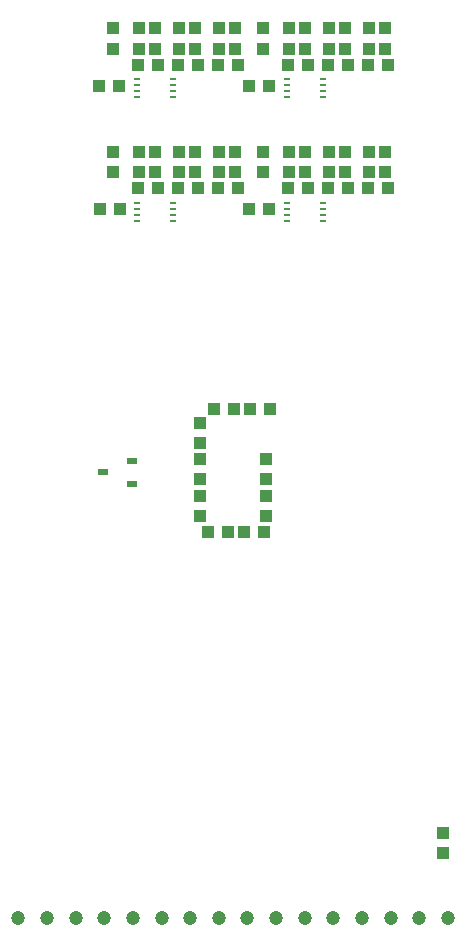
<source format=gbp>
G04 Layer_Color=128*
%FSLAX25Y25*%
%MOIN*%
G70*
G01*
G75*
%ADD10R,0.04331X0.03937*%
%ADD11R,0.03937X0.04331*%
%ADD12R,0.03740X0.02362*%
G04:AMPARAMS|DCode=51|XSize=47.24mil|YSize=47.24mil|CornerRadius=23.62mil|HoleSize=0mil|Usage=FLASHONLY|Rotation=0.000|XOffset=0mil|YOffset=0mil|HoleType=Round|Shape=RoundedRectangle|*
%AMROUNDEDRECTD51*
21,1,0.04724,0.00000,0,0,0.0*
21,1,0.00000,0.04724,0,0,0.0*
1,1,0.04724,0.00000,0.00000*
1,1,0.04724,0.00000,0.00000*
1,1,0.04724,0.00000,0.00000*
1,1,0.04724,0.00000,0.00000*
%
%ADD51ROUNDEDRECTD51*%
%ADD52O,0.02362X0.00984*%
G04:AMPARAMS|DCode=53|XSize=47.24mil|YSize=47.24mil|CornerRadius=23.62mil|HoleSize=0mil|Usage=FLASHONLY|Rotation=90.000|XOffset=0mil|YOffset=0mil|HoleType=Round|Shape=RoundedRectangle|*
%AMROUNDEDRECTD53*
21,1,0.04724,0.00000,0,0,90.0*
21,1,0.00000,0.04724,0,0,90.0*
1,1,0.04724,0.00000,0.00000*
1,1,0.04724,0.00000,0.00000*
1,1,0.04724,0.00000,0.00000*
1,1,0.04724,0.00000,0.00000*
%
%ADD53ROUNDEDRECTD53*%
D10*
X178268Y47052D02*
D03*
Y40360D02*
D03*
X103504Y315118D02*
D03*
Y308425D02*
D03*
X153504Y315118D02*
D03*
Y308425D02*
D03*
X103504Y273937D02*
D03*
Y267244D02*
D03*
X153504Y273937D02*
D03*
Y267244D02*
D03*
X90118Y315118D02*
D03*
Y308425D02*
D03*
X140118Y315118D02*
D03*
Y308425D02*
D03*
X90118Y273937D02*
D03*
Y267244D02*
D03*
X140118Y273937D02*
D03*
Y267244D02*
D03*
X76732Y315118D02*
D03*
Y308425D02*
D03*
X126732Y315118D02*
D03*
Y308425D02*
D03*
X76732Y273937D02*
D03*
Y267244D02*
D03*
X126732Y273937D02*
D03*
Y267244D02*
D03*
X82244Y315118D02*
D03*
Y308425D02*
D03*
X95630Y315118D02*
D03*
Y308425D02*
D03*
X109016Y315118D02*
D03*
Y308425D02*
D03*
X132244Y315118D02*
D03*
Y308425D02*
D03*
X145630Y315118D02*
D03*
Y308425D02*
D03*
X159016Y315118D02*
D03*
Y308425D02*
D03*
X82244Y273937D02*
D03*
Y267244D02*
D03*
X95630Y273937D02*
D03*
Y267244D02*
D03*
X109016Y273937D02*
D03*
Y267244D02*
D03*
X132244Y273937D02*
D03*
Y267244D02*
D03*
X145630Y273937D02*
D03*
Y267244D02*
D03*
X159016Y273937D02*
D03*
Y267244D02*
D03*
X97244Y159398D02*
D03*
Y152705D02*
D03*
X97268Y171480D02*
D03*
Y164787D02*
D03*
X119291Y152705D02*
D03*
Y159398D02*
D03*
X97268Y176787D02*
D03*
Y183480D02*
D03*
X68071Y315118D02*
D03*
Y308425D02*
D03*
X118071Y315118D02*
D03*
Y308425D02*
D03*
X68071Y273937D02*
D03*
Y267244D02*
D03*
X118071Y273937D02*
D03*
Y267244D02*
D03*
X119291Y171603D02*
D03*
Y164910D02*
D03*
D11*
X113976Y188335D02*
D03*
X120669D02*
D03*
X108465D02*
D03*
X101772D02*
D03*
X118488Y147390D02*
D03*
X111795D02*
D03*
X99984D02*
D03*
X106677D02*
D03*
X103307Y303110D02*
D03*
X110000D02*
D03*
X153307D02*
D03*
X160000D02*
D03*
X103307Y261929D02*
D03*
X110000D02*
D03*
X153307D02*
D03*
X160000D02*
D03*
X89921Y303110D02*
D03*
X96614D02*
D03*
X139921D02*
D03*
X146614D02*
D03*
X89921Y261929D02*
D03*
X96614D02*
D03*
X139921D02*
D03*
X146614D02*
D03*
X76535Y303110D02*
D03*
X83228D02*
D03*
X126535D02*
D03*
X133228D02*
D03*
X76535Y261929D02*
D03*
X83228D02*
D03*
X126535D02*
D03*
X133228D02*
D03*
X63543Y296024D02*
D03*
X70236D02*
D03*
X113543D02*
D03*
X120236D02*
D03*
X113543Y254843D02*
D03*
X120236D02*
D03*
X63798D02*
D03*
X70491D02*
D03*
D12*
X64862Y167165D02*
D03*
X74508Y163425D02*
D03*
Y170905D02*
D03*
D51*
X160814Y18504D02*
D03*
X170367D02*
D03*
X122598D02*
D03*
X132152D02*
D03*
X141706D02*
D03*
X151260D02*
D03*
D52*
X88150Y298189D02*
D03*
Y296221D02*
D03*
Y294252D02*
D03*
Y292284D02*
D03*
X76339Y298189D02*
D03*
Y296221D02*
D03*
Y294252D02*
D03*
Y292284D02*
D03*
X138150Y298189D02*
D03*
Y296221D02*
D03*
Y294252D02*
D03*
Y292284D02*
D03*
X126339Y298189D02*
D03*
Y296221D02*
D03*
Y294252D02*
D03*
Y292284D02*
D03*
X88150Y257008D02*
D03*
Y255039D02*
D03*
Y253071D02*
D03*
Y251102D02*
D03*
X76339Y257008D02*
D03*
Y255039D02*
D03*
Y253071D02*
D03*
Y251102D02*
D03*
X138150Y257008D02*
D03*
Y255039D02*
D03*
Y253071D02*
D03*
Y251102D02*
D03*
X126339Y257008D02*
D03*
Y255039D02*
D03*
Y253071D02*
D03*
Y251102D02*
D03*
D53*
X179921Y18504D02*
D03*
X36614D02*
D03*
X46168D02*
D03*
X55722D02*
D03*
X65276D02*
D03*
X74829D02*
D03*
X84383D02*
D03*
X93937D02*
D03*
X103491D02*
D03*
X113045D02*
D03*
M02*

</source>
